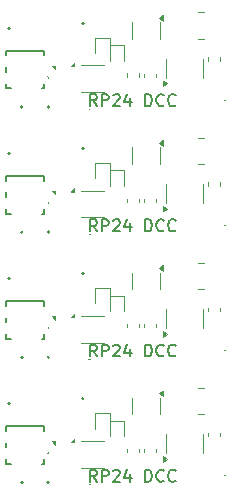
<source format=gto>
G04 #@! TF.GenerationSoftware,KiCad,Pcbnew,8.0.8*
G04 #@! TF.CreationDate,2025-01-20T02:03:43-05:00*
G04 #@! TF.ProjectId,panel,70616e65-6c2e-46b6-9963-61645f706362,rev?*
G04 #@! TF.SameCoordinates,Original*
G04 #@! TF.FileFunction,Legend,Top*
G04 #@! TF.FilePolarity,Positive*
%FSLAX46Y46*%
G04 Gerber Fmt 4.6, Leading zero omitted, Abs format (unit mm)*
G04 Created by KiCad (PCBNEW 8.0.8) date 2025-01-20 02:03:43*
%MOMM*%
%LPD*%
G01*
G04 APERTURE LIST*
%ADD10C,0.200000*%
%ADD11C,0.150000*%
%ADD12C,0.120000*%
%ADD13C,0.100000*%
%ADD14C,0.125000*%
G04 APERTURE END LIST*
D10*
X33181101Y-33597219D02*
X32847768Y-33121028D01*
X32609673Y-33597219D02*
X32609673Y-32597219D01*
X32609673Y-32597219D02*
X32990625Y-32597219D01*
X32990625Y-32597219D02*
X33085863Y-32644838D01*
X33085863Y-32644838D02*
X33133482Y-32692457D01*
X33133482Y-32692457D02*
X33181101Y-32787695D01*
X33181101Y-32787695D02*
X33181101Y-32930552D01*
X33181101Y-32930552D02*
X33133482Y-33025790D01*
X33133482Y-33025790D02*
X33085863Y-33073409D01*
X33085863Y-33073409D02*
X32990625Y-33121028D01*
X32990625Y-33121028D02*
X32609673Y-33121028D01*
X33609673Y-33597219D02*
X33609673Y-32597219D01*
X33609673Y-32597219D02*
X33990625Y-32597219D01*
X33990625Y-32597219D02*
X34085863Y-32644838D01*
X34085863Y-32644838D02*
X34133482Y-32692457D01*
X34133482Y-32692457D02*
X34181101Y-32787695D01*
X34181101Y-32787695D02*
X34181101Y-32930552D01*
X34181101Y-32930552D02*
X34133482Y-33025790D01*
X34133482Y-33025790D02*
X34085863Y-33073409D01*
X34085863Y-33073409D02*
X33990625Y-33121028D01*
X33990625Y-33121028D02*
X33609673Y-33121028D01*
X34562054Y-32692457D02*
X34609673Y-32644838D01*
X34609673Y-32644838D02*
X34704911Y-32597219D01*
X34704911Y-32597219D02*
X34943006Y-32597219D01*
X34943006Y-32597219D02*
X35038244Y-32644838D01*
X35038244Y-32644838D02*
X35085863Y-32692457D01*
X35085863Y-32692457D02*
X35133482Y-32787695D01*
X35133482Y-32787695D02*
X35133482Y-32882933D01*
X35133482Y-32882933D02*
X35085863Y-33025790D01*
X35085863Y-33025790D02*
X34514435Y-33597219D01*
X34514435Y-33597219D02*
X35133482Y-33597219D01*
X35990625Y-32930552D02*
X35990625Y-33597219D01*
X35752530Y-32549600D02*
X35514435Y-33263885D01*
X35514435Y-33263885D02*
X36133482Y-33263885D01*
X37276340Y-33597219D02*
X37276340Y-32597219D01*
X37276340Y-32597219D02*
X37514435Y-32597219D01*
X37514435Y-32597219D02*
X37657292Y-32644838D01*
X37657292Y-32644838D02*
X37752530Y-32740076D01*
X37752530Y-32740076D02*
X37800149Y-32835314D01*
X37800149Y-32835314D02*
X37847768Y-33025790D01*
X37847768Y-33025790D02*
X37847768Y-33168647D01*
X37847768Y-33168647D02*
X37800149Y-33359123D01*
X37800149Y-33359123D02*
X37752530Y-33454361D01*
X37752530Y-33454361D02*
X37657292Y-33549600D01*
X37657292Y-33549600D02*
X37514435Y-33597219D01*
X37514435Y-33597219D02*
X37276340Y-33597219D01*
X38847768Y-33501980D02*
X38800149Y-33549600D01*
X38800149Y-33549600D02*
X38657292Y-33597219D01*
X38657292Y-33597219D02*
X38562054Y-33597219D01*
X38562054Y-33597219D02*
X38419197Y-33549600D01*
X38419197Y-33549600D02*
X38323959Y-33454361D01*
X38323959Y-33454361D02*
X38276340Y-33359123D01*
X38276340Y-33359123D02*
X38228721Y-33168647D01*
X38228721Y-33168647D02*
X38228721Y-33025790D01*
X38228721Y-33025790D02*
X38276340Y-32835314D01*
X38276340Y-32835314D02*
X38323959Y-32740076D01*
X38323959Y-32740076D02*
X38419197Y-32644838D01*
X38419197Y-32644838D02*
X38562054Y-32597219D01*
X38562054Y-32597219D02*
X38657292Y-32597219D01*
X38657292Y-32597219D02*
X38800149Y-32644838D01*
X38800149Y-32644838D02*
X38847768Y-32692457D01*
X39847768Y-33501980D02*
X39800149Y-33549600D01*
X39800149Y-33549600D02*
X39657292Y-33597219D01*
X39657292Y-33597219D02*
X39562054Y-33597219D01*
X39562054Y-33597219D02*
X39419197Y-33549600D01*
X39419197Y-33549600D02*
X39323959Y-33454361D01*
X39323959Y-33454361D02*
X39276340Y-33359123D01*
X39276340Y-33359123D02*
X39228721Y-33168647D01*
X39228721Y-33168647D02*
X39228721Y-33025790D01*
X39228721Y-33025790D02*
X39276340Y-32835314D01*
X39276340Y-32835314D02*
X39323959Y-32740076D01*
X39323959Y-32740076D02*
X39419197Y-32644838D01*
X39419197Y-32644838D02*
X39562054Y-32597219D01*
X39562054Y-32597219D02*
X39657292Y-32597219D01*
X39657292Y-32597219D02*
X39800149Y-32644838D01*
X39800149Y-32644838D02*
X39847768Y-32692457D01*
X33181101Y-54797219D02*
X32847768Y-54321028D01*
X32609673Y-54797219D02*
X32609673Y-53797219D01*
X32609673Y-53797219D02*
X32990625Y-53797219D01*
X32990625Y-53797219D02*
X33085863Y-53844838D01*
X33085863Y-53844838D02*
X33133482Y-53892457D01*
X33133482Y-53892457D02*
X33181101Y-53987695D01*
X33181101Y-53987695D02*
X33181101Y-54130552D01*
X33181101Y-54130552D02*
X33133482Y-54225790D01*
X33133482Y-54225790D02*
X33085863Y-54273409D01*
X33085863Y-54273409D02*
X32990625Y-54321028D01*
X32990625Y-54321028D02*
X32609673Y-54321028D01*
X33609673Y-54797219D02*
X33609673Y-53797219D01*
X33609673Y-53797219D02*
X33990625Y-53797219D01*
X33990625Y-53797219D02*
X34085863Y-53844838D01*
X34085863Y-53844838D02*
X34133482Y-53892457D01*
X34133482Y-53892457D02*
X34181101Y-53987695D01*
X34181101Y-53987695D02*
X34181101Y-54130552D01*
X34181101Y-54130552D02*
X34133482Y-54225790D01*
X34133482Y-54225790D02*
X34085863Y-54273409D01*
X34085863Y-54273409D02*
X33990625Y-54321028D01*
X33990625Y-54321028D02*
X33609673Y-54321028D01*
X34562054Y-53892457D02*
X34609673Y-53844838D01*
X34609673Y-53844838D02*
X34704911Y-53797219D01*
X34704911Y-53797219D02*
X34943006Y-53797219D01*
X34943006Y-53797219D02*
X35038244Y-53844838D01*
X35038244Y-53844838D02*
X35085863Y-53892457D01*
X35085863Y-53892457D02*
X35133482Y-53987695D01*
X35133482Y-53987695D02*
X35133482Y-54082933D01*
X35133482Y-54082933D02*
X35085863Y-54225790D01*
X35085863Y-54225790D02*
X34514435Y-54797219D01*
X34514435Y-54797219D02*
X35133482Y-54797219D01*
X35990625Y-54130552D02*
X35990625Y-54797219D01*
X35752530Y-53749600D02*
X35514435Y-54463885D01*
X35514435Y-54463885D02*
X36133482Y-54463885D01*
X37276340Y-54797219D02*
X37276340Y-53797219D01*
X37276340Y-53797219D02*
X37514435Y-53797219D01*
X37514435Y-53797219D02*
X37657292Y-53844838D01*
X37657292Y-53844838D02*
X37752530Y-53940076D01*
X37752530Y-53940076D02*
X37800149Y-54035314D01*
X37800149Y-54035314D02*
X37847768Y-54225790D01*
X37847768Y-54225790D02*
X37847768Y-54368647D01*
X37847768Y-54368647D02*
X37800149Y-54559123D01*
X37800149Y-54559123D02*
X37752530Y-54654361D01*
X37752530Y-54654361D02*
X37657292Y-54749600D01*
X37657292Y-54749600D02*
X37514435Y-54797219D01*
X37514435Y-54797219D02*
X37276340Y-54797219D01*
X38847768Y-54701980D02*
X38800149Y-54749600D01*
X38800149Y-54749600D02*
X38657292Y-54797219D01*
X38657292Y-54797219D02*
X38562054Y-54797219D01*
X38562054Y-54797219D02*
X38419197Y-54749600D01*
X38419197Y-54749600D02*
X38323959Y-54654361D01*
X38323959Y-54654361D02*
X38276340Y-54559123D01*
X38276340Y-54559123D02*
X38228721Y-54368647D01*
X38228721Y-54368647D02*
X38228721Y-54225790D01*
X38228721Y-54225790D02*
X38276340Y-54035314D01*
X38276340Y-54035314D02*
X38323959Y-53940076D01*
X38323959Y-53940076D02*
X38419197Y-53844838D01*
X38419197Y-53844838D02*
X38562054Y-53797219D01*
X38562054Y-53797219D02*
X38657292Y-53797219D01*
X38657292Y-53797219D02*
X38800149Y-53844838D01*
X38800149Y-53844838D02*
X38847768Y-53892457D01*
X39847768Y-54701980D02*
X39800149Y-54749600D01*
X39800149Y-54749600D02*
X39657292Y-54797219D01*
X39657292Y-54797219D02*
X39562054Y-54797219D01*
X39562054Y-54797219D02*
X39419197Y-54749600D01*
X39419197Y-54749600D02*
X39323959Y-54654361D01*
X39323959Y-54654361D02*
X39276340Y-54559123D01*
X39276340Y-54559123D02*
X39228721Y-54368647D01*
X39228721Y-54368647D02*
X39228721Y-54225790D01*
X39228721Y-54225790D02*
X39276340Y-54035314D01*
X39276340Y-54035314D02*
X39323959Y-53940076D01*
X39323959Y-53940076D02*
X39419197Y-53844838D01*
X39419197Y-53844838D02*
X39562054Y-53797219D01*
X39562054Y-53797219D02*
X39657292Y-53797219D01*
X39657292Y-53797219D02*
X39800149Y-53844838D01*
X39800149Y-53844838D02*
X39847768Y-53892457D01*
X33181101Y-44197219D02*
X32847768Y-43721028D01*
X32609673Y-44197219D02*
X32609673Y-43197219D01*
X32609673Y-43197219D02*
X32990625Y-43197219D01*
X32990625Y-43197219D02*
X33085863Y-43244838D01*
X33085863Y-43244838D02*
X33133482Y-43292457D01*
X33133482Y-43292457D02*
X33181101Y-43387695D01*
X33181101Y-43387695D02*
X33181101Y-43530552D01*
X33181101Y-43530552D02*
X33133482Y-43625790D01*
X33133482Y-43625790D02*
X33085863Y-43673409D01*
X33085863Y-43673409D02*
X32990625Y-43721028D01*
X32990625Y-43721028D02*
X32609673Y-43721028D01*
X33609673Y-44197219D02*
X33609673Y-43197219D01*
X33609673Y-43197219D02*
X33990625Y-43197219D01*
X33990625Y-43197219D02*
X34085863Y-43244838D01*
X34085863Y-43244838D02*
X34133482Y-43292457D01*
X34133482Y-43292457D02*
X34181101Y-43387695D01*
X34181101Y-43387695D02*
X34181101Y-43530552D01*
X34181101Y-43530552D02*
X34133482Y-43625790D01*
X34133482Y-43625790D02*
X34085863Y-43673409D01*
X34085863Y-43673409D02*
X33990625Y-43721028D01*
X33990625Y-43721028D02*
X33609673Y-43721028D01*
X34562054Y-43292457D02*
X34609673Y-43244838D01*
X34609673Y-43244838D02*
X34704911Y-43197219D01*
X34704911Y-43197219D02*
X34943006Y-43197219D01*
X34943006Y-43197219D02*
X35038244Y-43244838D01*
X35038244Y-43244838D02*
X35085863Y-43292457D01*
X35085863Y-43292457D02*
X35133482Y-43387695D01*
X35133482Y-43387695D02*
X35133482Y-43482933D01*
X35133482Y-43482933D02*
X35085863Y-43625790D01*
X35085863Y-43625790D02*
X34514435Y-44197219D01*
X34514435Y-44197219D02*
X35133482Y-44197219D01*
X35990625Y-43530552D02*
X35990625Y-44197219D01*
X35752530Y-43149600D02*
X35514435Y-43863885D01*
X35514435Y-43863885D02*
X36133482Y-43863885D01*
X37276340Y-44197219D02*
X37276340Y-43197219D01*
X37276340Y-43197219D02*
X37514435Y-43197219D01*
X37514435Y-43197219D02*
X37657292Y-43244838D01*
X37657292Y-43244838D02*
X37752530Y-43340076D01*
X37752530Y-43340076D02*
X37800149Y-43435314D01*
X37800149Y-43435314D02*
X37847768Y-43625790D01*
X37847768Y-43625790D02*
X37847768Y-43768647D01*
X37847768Y-43768647D02*
X37800149Y-43959123D01*
X37800149Y-43959123D02*
X37752530Y-44054361D01*
X37752530Y-44054361D02*
X37657292Y-44149600D01*
X37657292Y-44149600D02*
X37514435Y-44197219D01*
X37514435Y-44197219D02*
X37276340Y-44197219D01*
X38847768Y-44101980D02*
X38800149Y-44149600D01*
X38800149Y-44149600D02*
X38657292Y-44197219D01*
X38657292Y-44197219D02*
X38562054Y-44197219D01*
X38562054Y-44197219D02*
X38419197Y-44149600D01*
X38419197Y-44149600D02*
X38323959Y-44054361D01*
X38323959Y-44054361D02*
X38276340Y-43959123D01*
X38276340Y-43959123D02*
X38228721Y-43768647D01*
X38228721Y-43768647D02*
X38228721Y-43625790D01*
X38228721Y-43625790D02*
X38276340Y-43435314D01*
X38276340Y-43435314D02*
X38323959Y-43340076D01*
X38323959Y-43340076D02*
X38419197Y-43244838D01*
X38419197Y-43244838D02*
X38562054Y-43197219D01*
X38562054Y-43197219D02*
X38657292Y-43197219D01*
X38657292Y-43197219D02*
X38800149Y-43244838D01*
X38800149Y-43244838D02*
X38847768Y-43292457D01*
X39847768Y-44101980D02*
X39800149Y-44149600D01*
X39800149Y-44149600D02*
X39657292Y-44197219D01*
X39657292Y-44197219D02*
X39562054Y-44197219D01*
X39562054Y-44197219D02*
X39419197Y-44149600D01*
X39419197Y-44149600D02*
X39323959Y-44054361D01*
X39323959Y-44054361D02*
X39276340Y-43959123D01*
X39276340Y-43959123D02*
X39228721Y-43768647D01*
X39228721Y-43768647D02*
X39228721Y-43625790D01*
X39228721Y-43625790D02*
X39276340Y-43435314D01*
X39276340Y-43435314D02*
X39323959Y-43340076D01*
X39323959Y-43340076D02*
X39419197Y-43244838D01*
X39419197Y-43244838D02*
X39562054Y-43197219D01*
X39562054Y-43197219D02*
X39657292Y-43197219D01*
X39657292Y-43197219D02*
X39800149Y-43244838D01*
X39800149Y-43244838D02*
X39847768Y-43292457D01*
X33181101Y-22997219D02*
X32847768Y-22521028D01*
X32609673Y-22997219D02*
X32609673Y-21997219D01*
X32609673Y-21997219D02*
X32990625Y-21997219D01*
X32990625Y-21997219D02*
X33085863Y-22044838D01*
X33085863Y-22044838D02*
X33133482Y-22092457D01*
X33133482Y-22092457D02*
X33181101Y-22187695D01*
X33181101Y-22187695D02*
X33181101Y-22330552D01*
X33181101Y-22330552D02*
X33133482Y-22425790D01*
X33133482Y-22425790D02*
X33085863Y-22473409D01*
X33085863Y-22473409D02*
X32990625Y-22521028D01*
X32990625Y-22521028D02*
X32609673Y-22521028D01*
X33609673Y-22997219D02*
X33609673Y-21997219D01*
X33609673Y-21997219D02*
X33990625Y-21997219D01*
X33990625Y-21997219D02*
X34085863Y-22044838D01*
X34085863Y-22044838D02*
X34133482Y-22092457D01*
X34133482Y-22092457D02*
X34181101Y-22187695D01*
X34181101Y-22187695D02*
X34181101Y-22330552D01*
X34181101Y-22330552D02*
X34133482Y-22425790D01*
X34133482Y-22425790D02*
X34085863Y-22473409D01*
X34085863Y-22473409D02*
X33990625Y-22521028D01*
X33990625Y-22521028D02*
X33609673Y-22521028D01*
X34562054Y-22092457D02*
X34609673Y-22044838D01*
X34609673Y-22044838D02*
X34704911Y-21997219D01*
X34704911Y-21997219D02*
X34943006Y-21997219D01*
X34943006Y-21997219D02*
X35038244Y-22044838D01*
X35038244Y-22044838D02*
X35085863Y-22092457D01*
X35085863Y-22092457D02*
X35133482Y-22187695D01*
X35133482Y-22187695D02*
X35133482Y-22282933D01*
X35133482Y-22282933D02*
X35085863Y-22425790D01*
X35085863Y-22425790D02*
X34514435Y-22997219D01*
X34514435Y-22997219D02*
X35133482Y-22997219D01*
X35990625Y-22330552D02*
X35990625Y-22997219D01*
X35752530Y-21949600D02*
X35514435Y-22663885D01*
X35514435Y-22663885D02*
X36133482Y-22663885D01*
X37276340Y-22997219D02*
X37276340Y-21997219D01*
X37276340Y-21997219D02*
X37514435Y-21997219D01*
X37514435Y-21997219D02*
X37657292Y-22044838D01*
X37657292Y-22044838D02*
X37752530Y-22140076D01*
X37752530Y-22140076D02*
X37800149Y-22235314D01*
X37800149Y-22235314D02*
X37847768Y-22425790D01*
X37847768Y-22425790D02*
X37847768Y-22568647D01*
X37847768Y-22568647D02*
X37800149Y-22759123D01*
X37800149Y-22759123D02*
X37752530Y-22854361D01*
X37752530Y-22854361D02*
X37657292Y-22949600D01*
X37657292Y-22949600D02*
X37514435Y-22997219D01*
X37514435Y-22997219D02*
X37276340Y-22997219D01*
X38847768Y-22901980D02*
X38800149Y-22949600D01*
X38800149Y-22949600D02*
X38657292Y-22997219D01*
X38657292Y-22997219D02*
X38562054Y-22997219D01*
X38562054Y-22997219D02*
X38419197Y-22949600D01*
X38419197Y-22949600D02*
X38323959Y-22854361D01*
X38323959Y-22854361D02*
X38276340Y-22759123D01*
X38276340Y-22759123D02*
X38228721Y-22568647D01*
X38228721Y-22568647D02*
X38228721Y-22425790D01*
X38228721Y-22425790D02*
X38276340Y-22235314D01*
X38276340Y-22235314D02*
X38323959Y-22140076D01*
X38323959Y-22140076D02*
X38419197Y-22044838D01*
X38419197Y-22044838D02*
X38562054Y-21997219D01*
X38562054Y-21997219D02*
X38657292Y-21997219D01*
X38657292Y-21997219D02*
X38800149Y-22044838D01*
X38800149Y-22044838D02*
X38847768Y-22092457D01*
X39847768Y-22901980D02*
X39800149Y-22949600D01*
X39800149Y-22949600D02*
X39657292Y-22997219D01*
X39657292Y-22997219D02*
X39562054Y-22997219D01*
X39562054Y-22997219D02*
X39419197Y-22949600D01*
X39419197Y-22949600D02*
X39323959Y-22854361D01*
X39323959Y-22854361D02*
X39276340Y-22759123D01*
X39276340Y-22759123D02*
X39228721Y-22568647D01*
X39228721Y-22568647D02*
X39228721Y-22425790D01*
X39228721Y-22425790D02*
X39276340Y-22235314D01*
X39276340Y-22235314D02*
X39323959Y-22140076D01*
X39323959Y-22140076D02*
X39419197Y-22044838D01*
X39419197Y-22044838D02*
X39562054Y-21997219D01*
X39562054Y-21997219D02*
X39657292Y-21997219D01*
X39657292Y-21997219D02*
X39800149Y-22044838D01*
X39800149Y-22044838D02*
X39847768Y-22092457D01*
G04 #@! TO.C,Q6*
D11*
X29155000Y-33670000D02*
G75*
G02*
X29005000Y-33670000I-75000J0D01*
G01*
X29005000Y-33670000D02*
G75*
G02*
X29155000Y-33670000I75000J0D01*
G01*
D12*
G04 #@! TO.C,C9*
X42570000Y-29459420D02*
X42570000Y-29740580D01*
X43590000Y-29459420D02*
X43590000Y-29740580D01*
G04 #@! TO.C,U6*
X36200000Y-37100000D02*
X36200000Y-38500000D01*
X38520000Y-37090000D02*
X38520000Y-38500000D01*
X38800000Y-36960000D02*
X38470000Y-36720000D01*
X38800000Y-36480000D01*
X38800000Y-36960000D01*
G36*
X38800000Y-36960000D02*
G01*
X38470000Y-36720000D01*
X38800000Y-36480000D01*
X38800000Y-36960000D01*
G37*
G04 #@! TO.C,Q6*
D11*
X29155000Y-44270000D02*
G75*
G02*
X29005000Y-44270000I-75000J0D01*
G01*
X29005000Y-44270000D02*
G75*
G02*
X29155000Y-44270000I75000J0D01*
G01*
G04 #@! TO.C,Q3*
X26915000Y-54875000D02*
G75*
G02*
X26765000Y-54875000I-75000J0D01*
G01*
X26765000Y-54875000D02*
G75*
G02*
X26915000Y-54875000I75000J0D01*
G01*
D12*
G04 #@! TO.C,D3*
X34269999Y-17840000D02*
X34269999Y-19150000D01*
X35490001Y-17840000D02*
X34269999Y-17840000D01*
X35490001Y-17840000D02*
X35490001Y-19150000D01*
G04 #@! TO.C,C4*
X37160000Y-41439420D02*
X37160000Y-41720580D01*
X38180000Y-41439420D02*
X38180000Y-41720580D01*
G04 #@! TO.C,U4*
X31810000Y-40755000D02*
X33810000Y-40755000D01*
X31810000Y-43025000D02*
X33810000Y-43025000D01*
X31260000Y-40840000D02*
X30980000Y-40840000D01*
X31260000Y-40560000D01*
X31260000Y-40840000D01*
G36*
X31260000Y-40840000D02*
G01*
X30980000Y-40840000D01*
X31260000Y-40560000D01*
X31260000Y-40840000D01*
G37*
G04 #@! TO.C,C4*
X37160000Y-20239420D02*
X37160000Y-20520580D01*
X38180000Y-20239420D02*
X38180000Y-20520580D01*
G04 #@! TO.C,U2*
X39060000Y-40980000D02*
X39060000Y-40180000D01*
X39060000Y-40980000D02*
X39060000Y-41780000D01*
X42180000Y-40980000D02*
X42180000Y-40180000D01*
X42180000Y-40980000D02*
X42180000Y-41780000D01*
X39110000Y-42280000D02*
X38780000Y-42520000D01*
X38780000Y-42040000D01*
X39110000Y-42280000D01*
G36*
X39110000Y-42280000D02*
G01*
X38780000Y-42520000D01*
X38780000Y-42040000D01*
X39110000Y-42280000D01*
G37*
D11*
G04 #@! TO.C,D1*
X25530000Y-28900000D02*
X28730000Y-28900000D01*
X25530000Y-29300000D02*
X25530000Y-28900000D01*
X25530000Y-30300000D02*
X25530000Y-30700000D01*
X25530000Y-32100000D02*
X25530000Y-31700000D01*
X25930000Y-32100000D02*
X25530000Y-32100000D01*
X28530000Y-32100000D02*
X28730000Y-32100000D01*
X28730000Y-29300000D02*
X28730000Y-28900000D01*
X28730000Y-32100000D02*
X28730000Y-31700000D01*
D13*
X29030000Y-31100000D02*
X29030000Y-31100000D01*
X29030000Y-31200000D02*
X29030000Y-31200000D01*
X29030000Y-31100000D02*
G75*
G02*
X29030000Y-31200000I0J-50000D01*
G01*
X29030000Y-31200000D02*
G75*
G02*
X29030000Y-31100000I0J50000D01*
G01*
G04 #@! TO.C,D2*
X44070000Y-33100000D02*
G75*
G02*
X43970000Y-33100000I-50000J0D01*
G01*
X43970000Y-33100000D02*
G75*
G02*
X44070000Y-33100000I50000J0D01*
G01*
G04 #@! TO.C,Q3*
D11*
X26915000Y-44275000D02*
G75*
G02*
X26765000Y-44275000I-75000J0D01*
G01*
X26765000Y-44275000D02*
G75*
G02*
X26915000Y-44275000I75000J0D01*
G01*
G04 #@! TO.C,Q2*
D14*
X32642500Y-44450000D02*
G75*
G02*
X32517500Y-44450000I-62500J0D01*
G01*
X32517500Y-44450000D02*
G75*
G02*
X32642500Y-44450000I62500J0D01*
G01*
D12*
G04 #@! TO.C,D3*
X34269999Y-39040000D02*
X34269999Y-40350000D01*
X35490001Y-39040000D02*
X34269999Y-39040000D01*
X35490001Y-39040000D02*
X35490001Y-40350000D01*
G04 #@! TO.C,C18*
X35700000Y-20229420D02*
X35700000Y-20510580D01*
X36720000Y-20229420D02*
X36720000Y-20510580D01*
G04 #@! TO.C,U4*
X31810000Y-30155000D02*
X33810000Y-30155000D01*
X31810000Y-32425000D02*
X33810000Y-32425000D01*
X31260000Y-30240000D02*
X30980000Y-30240000D01*
X31260000Y-29960000D01*
X31260000Y-30240000D01*
G36*
X31260000Y-30240000D02*
G01*
X30980000Y-30240000D01*
X31260000Y-29960000D01*
X31260000Y-30240000D01*
G37*
G04 #@! TO.C,Q7*
X29650000Y-30470000D02*
X29370000Y-30190000D01*
X29650000Y-30190000D01*
X29650000Y-30470000D01*
G36*
X29650000Y-30470000D02*
G01*
X29370000Y-30190000D01*
X29650000Y-30190000D01*
X29650000Y-30470000D01*
G37*
G04 #@! TO.C,C9*
X42570000Y-40059420D02*
X42570000Y-40340580D01*
X43590000Y-40059420D02*
X43590000Y-40340580D01*
G04 #@! TO.C,Q2*
D14*
X32642500Y-55050000D02*
G75*
G02*
X32517500Y-55050000I-62500J0D01*
G01*
X32517500Y-55050000D02*
G75*
G02*
X32642500Y-55050000I62500J0D01*
G01*
G04 #@! TO.C,Q4*
D11*
X32085000Y-26590000D02*
G75*
G02*
X31935000Y-26590000I-75000J0D01*
G01*
X31935000Y-26590000D02*
G75*
G02*
X32085000Y-26590000I75000J0D01*
G01*
D12*
G04 #@! TO.C,U2*
X39060000Y-51580000D02*
X39060000Y-50780000D01*
X39060000Y-51580000D02*
X39060000Y-52380000D01*
X42180000Y-51580000D02*
X42180000Y-50780000D01*
X42180000Y-51580000D02*
X42180000Y-52380000D01*
X39110000Y-52880000D02*
X38780000Y-53120000D01*
X38780000Y-52640000D01*
X39110000Y-52880000D01*
G36*
X39110000Y-52880000D02*
G01*
X38780000Y-53120000D01*
X38780000Y-52640000D01*
X39110000Y-52880000D01*
G37*
X39060000Y-19780000D02*
X39060000Y-18980000D01*
X39060000Y-19780000D02*
X39060000Y-20580000D01*
X42180000Y-19780000D02*
X42180000Y-18980000D01*
X42180000Y-19780000D02*
X42180000Y-20580000D01*
X39110000Y-21080000D02*
X38780000Y-21320000D01*
X38780000Y-20840000D01*
X39110000Y-21080000D01*
G36*
X39110000Y-21080000D02*
G01*
X38780000Y-21320000D01*
X38780000Y-20840000D01*
X39110000Y-21080000D01*
G37*
D13*
G04 #@! TO.C,D2*
X44070000Y-43700000D02*
G75*
G02*
X43970000Y-43700000I-50000J0D01*
G01*
X43970000Y-43700000D02*
G75*
G02*
X44070000Y-43700000I50000J0D01*
G01*
G04 #@! TO.C,Q4*
D11*
X32085000Y-47790000D02*
G75*
G02*
X31935000Y-47790000I-75000J0D01*
G01*
X31935000Y-47790000D02*
G75*
G02*
X32085000Y-47790000I75000J0D01*
G01*
D12*
G04 #@! TO.C,U4*
X31810000Y-51355000D02*
X33810000Y-51355000D01*
X31810000Y-53625000D02*
X33810000Y-53625000D01*
X31260000Y-51440000D02*
X30980000Y-51440000D01*
X31260000Y-51160000D01*
X31260000Y-51440000D01*
G36*
X31260000Y-51440000D02*
G01*
X30980000Y-51440000D01*
X31260000Y-51160000D01*
X31260000Y-51440000D01*
G37*
G04 #@! TO.C,Q4*
D11*
X32085000Y-15990000D02*
G75*
G02*
X31935000Y-15990000I-75000J0D01*
G01*
X31935000Y-15990000D02*
G75*
G02*
X32085000Y-15990000I75000J0D01*
G01*
G04 #@! TO.C,Q1*
X25825000Y-27010000D02*
G75*
G02*
X25675000Y-27010000I-75000J0D01*
G01*
X25675000Y-27010000D02*
G75*
G02*
X25825000Y-27010000I75000J0D01*
G01*
D12*
G04 #@! TO.C,D4*
X33070000Y-49000000D02*
X33070000Y-50310000D01*
X34290000Y-49000000D02*
X33070000Y-49000000D01*
X34290000Y-49000000D02*
X34290000Y-50310000D01*
G04 #@! TO.C,L1*
X41768748Y-36260000D02*
X42291252Y-36260000D01*
X41768748Y-38480000D02*
X42291252Y-38480000D01*
G04 #@! TO.C,Q7*
X29650000Y-19870000D02*
X29370000Y-19590000D01*
X29650000Y-19590000D01*
X29650000Y-19870000D01*
G36*
X29650000Y-19870000D02*
G01*
X29370000Y-19590000D01*
X29650000Y-19590000D01*
X29650000Y-19870000D01*
G37*
G04 #@! TO.C,D4*
X33070000Y-17200000D02*
X33070000Y-18510000D01*
X34290000Y-17200000D02*
X33070000Y-17200000D01*
X34290000Y-17200000D02*
X34290000Y-18510000D01*
D13*
G04 #@! TO.C,D2*
X44070000Y-54300000D02*
G75*
G02*
X43970000Y-54300000I-50000J0D01*
G01*
X43970000Y-54300000D02*
G75*
G02*
X44070000Y-54300000I50000J0D01*
G01*
D12*
G04 #@! TO.C,U6*
X36200000Y-26500000D02*
X36200000Y-27900000D01*
X38520000Y-26490000D02*
X38520000Y-27900000D01*
X38800000Y-26360000D02*
X38470000Y-26120000D01*
X38800000Y-25880000D01*
X38800000Y-26360000D01*
G36*
X38800000Y-26360000D02*
G01*
X38470000Y-26120000D01*
X38800000Y-25880000D01*
X38800000Y-26360000D01*
G37*
G04 #@! TO.C,Q7*
X29650000Y-41070000D02*
X29370000Y-40790000D01*
X29650000Y-40790000D01*
X29650000Y-41070000D01*
G36*
X29650000Y-41070000D02*
G01*
X29370000Y-40790000D01*
X29650000Y-40790000D01*
X29650000Y-41070000D01*
G37*
G04 #@! TO.C,Q6*
D11*
X29155000Y-23070000D02*
G75*
G02*
X29005000Y-23070000I-75000J0D01*
G01*
X29005000Y-23070000D02*
G75*
G02*
X29155000Y-23070000I75000J0D01*
G01*
G04 #@! TO.C,D1*
X25530000Y-39500000D02*
X28730000Y-39500000D01*
X25530000Y-39900000D02*
X25530000Y-39500000D01*
X25530000Y-40900000D02*
X25530000Y-41300000D01*
X25530000Y-42700000D02*
X25530000Y-42300000D01*
X25930000Y-42700000D02*
X25530000Y-42700000D01*
X28530000Y-42700000D02*
X28730000Y-42700000D01*
X28730000Y-39900000D02*
X28730000Y-39500000D01*
X28730000Y-42700000D02*
X28730000Y-42300000D01*
D13*
X29030000Y-41700000D02*
X29030000Y-41700000D01*
X29030000Y-41800000D02*
X29030000Y-41800000D01*
X29030000Y-41700000D02*
G75*
G02*
X29030000Y-41800000I0J-50000D01*
G01*
X29030000Y-41800000D02*
G75*
G02*
X29030000Y-41700000I0J50000D01*
G01*
D12*
G04 #@! TO.C,D4*
X33070000Y-27800000D02*
X33070000Y-29110000D01*
X34290000Y-27800000D02*
X33070000Y-27800000D01*
X34290000Y-27800000D02*
X34290000Y-29110000D01*
D11*
G04 #@! TO.C,D1*
X25530000Y-18300000D02*
X28730000Y-18300000D01*
X25530000Y-18700000D02*
X25530000Y-18300000D01*
X25530000Y-19700000D02*
X25530000Y-20100000D01*
X25530000Y-21500000D02*
X25530000Y-21100000D01*
X25930000Y-21500000D02*
X25530000Y-21500000D01*
X28530000Y-21500000D02*
X28730000Y-21500000D01*
X28730000Y-18700000D02*
X28730000Y-18300000D01*
X28730000Y-21500000D02*
X28730000Y-21100000D01*
D13*
X29030000Y-20500000D02*
X29030000Y-20500000D01*
X29030000Y-20600000D02*
X29030000Y-20600000D01*
X29030000Y-20500000D02*
G75*
G02*
X29030000Y-20600000I0J-50000D01*
G01*
X29030000Y-20600000D02*
G75*
G02*
X29030000Y-20500000I0J50000D01*
G01*
G04 #@! TO.C,Q3*
D11*
X26915000Y-23075000D02*
G75*
G02*
X26765000Y-23075000I-75000J0D01*
G01*
X26765000Y-23075000D02*
G75*
G02*
X26915000Y-23075000I75000J0D01*
G01*
G04 #@! TO.C,Q1*
X25825000Y-37610000D02*
G75*
G02*
X25675000Y-37610000I-75000J0D01*
G01*
X25675000Y-37610000D02*
G75*
G02*
X25825000Y-37610000I75000J0D01*
G01*
D12*
G04 #@! TO.C,L1*
X41768748Y-15060000D02*
X42291252Y-15060000D01*
X41768748Y-17280000D02*
X42291252Y-17280000D01*
G04 #@! TO.C,Q2*
D14*
X32642500Y-33850000D02*
G75*
G02*
X32517500Y-33850000I-62500J0D01*
G01*
X32517500Y-33850000D02*
G75*
G02*
X32642500Y-33850000I62500J0D01*
G01*
G04 #@! TO.C,Q1*
D11*
X25825000Y-48210000D02*
G75*
G02*
X25675000Y-48210000I-75000J0D01*
G01*
X25675000Y-48210000D02*
G75*
G02*
X25825000Y-48210000I75000J0D01*
G01*
D12*
G04 #@! TO.C,C4*
X37160000Y-30839420D02*
X37160000Y-31120580D01*
X38180000Y-30839420D02*
X38180000Y-31120580D01*
G04 #@! TO.C,D3*
X34269999Y-28440000D02*
X34269999Y-29750000D01*
X35490001Y-28440000D02*
X34269999Y-28440000D01*
X35490001Y-28440000D02*
X35490001Y-29750000D01*
G04 #@! TO.C,C9*
X42570000Y-18859420D02*
X42570000Y-19140580D01*
X43590000Y-18859420D02*
X43590000Y-19140580D01*
G04 #@! TO.C,C18*
X35700000Y-30829420D02*
X35700000Y-31110580D01*
X36720000Y-30829420D02*
X36720000Y-31110580D01*
D13*
G04 #@! TO.C,D2*
X44070000Y-22500000D02*
G75*
G02*
X43970000Y-22500000I-50000J0D01*
G01*
X43970000Y-22500000D02*
G75*
G02*
X44070000Y-22500000I50000J0D01*
G01*
D12*
G04 #@! TO.C,C9*
X42570000Y-50659420D02*
X42570000Y-50940580D01*
X43590000Y-50659420D02*
X43590000Y-50940580D01*
G04 #@! TO.C,C18*
X35700000Y-52029420D02*
X35700000Y-52310580D01*
X36720000Y-52029420D02*
X36720000Y-52310580D01*
D11*
G04 #@! TO.C,D1*
X25530000Y-50100000D02*
X28730000Y-50100000D01*
X25530000Y-50500000D02*
X25530000Y-50100000D01*
X25530000Y-51500000D02*
X25530000Y-51900000D01*
X25530000Y-53300000D02*
X25530000Y-52900000D01*
X25930000Y-53300000D02*
X25530000Y-53300000D01*
X28530000Y-53300000D02*
X28730000Y-53300000D01*
X28730000Y-50500000D02*
X28730000Y-50100000D01*
X28730000Y-53300000D02*
X28730000Y-52900000D01*
D13*
X29030000Y-52300000D02*
X29030000Y-52300000D01*
X29030000Y-52400000D02*
X29030000Y-52400000D01*
X29030000Y-52300000D02*
G75*
G02*
X29030000Y-52400000I0J-50000D01*
G01*
X29030000Y-52400000D02*
G75*
G02*
X29030000Y-52300000I0J50000D01*
G01*
D12*
G04 #@! TO.C,L1*
X41768748Y-46860000D02*
X42291252Y-46860000D01*
X41768748Y-49080000D02*
X42291252Y-49080000D01*
G04 #@! TO.C,Q4*
D11*
X32085000Y-37190000D02*
G75*
G02*
X31935000Y-37190000I-75000J0D01*
G01*
X31935000Y-37190000D02*
G75*
G02*
X32085000Y-37190000I75000J0D01*
G01*
G04 #@! TO.C,Q2*
D14*
X32642500Y-23250000D02*
G75*
G02*
X32517500Y-23250000I-62500J0D01*
G01*
X32517500Y-23250000D02*
G75*
G02*
X32642500Y-23250000I62500J0D01*
G01*
D12*
G04 #@! TO.C,D3*
X34269999Y-49640000D02*
X34269999Y-50950000D01*
X35490001Y-49640000D02*
X34269999Y-49640000D01*
X35490001Y-49640000D02*
X35490001Y-50950000D01*
G04 #@! TO.C,D4*
X33070000Y-38400000D02*
X33070000Y-39710000D01*
X34290000Y-38400000D02*
X33070000Y-38400000D01*
X34290000Y-38400000D02*
X34290000Y-39710000D01*
G04 #@! TO.C,U2*
X39060000Y-30380000D02*
X39060000Y-29580000D01*
X39060000Y-30380000D02*
X39060000Y-31180000D01*
X42180000Y-30380000D02*
X42180000Y-29580000D01*
X42180000Y-30380000D02*
X42180000Y-31180000D01*
X39110000Y-31680000D02*
X38780000Y-31920000D01*
X38780000Y-31440000D01*
X39110000Y-31680000D01*
G36*
X39110000Y-31680000D02*
G01*
X38780000Y-31920000D01*
X38780000Y-31440000D01*
X39110000Y-31680000D01*
G37*
G04 #@! TO.C,U4*
X31810000Y-19555000D02*
X33810000Y-19555000D01*
X31810000Y-21825000D02*
X33810000Y-21825000D01*
X31260000Y-19640000D02*
X30980000Y-19640000D01*
X31260000Y-19360000D01*
X31260000Y-19640000D01*
G36*
X31260000Y-19640000D02*
G01*
X30980000Y-19640000D01*
X31260000Y-19360000D01*
X31260000Y-19640000D01*
G37*
G04 #@! TO.C,U6*
X36200000Y-15900000D02*
X36200000Y-17300000D01*
X38520000Y-15890000D02*
X38520000Y-17300000D01*
X38800000Y-15760000D02*
X38470000Y-15520000D01*
X38800000Y-15280000D01*
X38800000Y-15760000D01*
G36*
X38800000Y-15760000D02*
G01*
X38470000Y-15520000D01*
X38800000Y-15280000D01*
X38800000Y-15760000D01*
G37*
G04 #@! TO.C,C18*
X35700000Y-41429420D02*
X35700000Y-41710580D01*
X36720000Y-41429420D02*
X36720000Y-41710580D01*
G04 #@! TO.C,U6*
X36200000Y-47700000D02*
X36200000Y-49100000D01*
X38520000Y-47690000D02*
X38520000Y-49100000D01*
X38800000Y-47560000D02*
X38470000Y-47320000D01*
X38800000Y-47080000D01*
X38800000Y-47560000D01*
G36*
X38800000Y-47560000D02*
G01*
X38470000Y-47320000D01*
X38800000Y-47080000D01*
X38800000Y-47560000D01*
G37*
G04 #@! TO.C,L1*
X41768748Y-25660000D02*
X42291252Y-25660000D01*
X41768748Y-27880000D02*
X42291252Y-27880000D01*
G04 #@! TO.C,C4*
X37160000Y-52039420D02*
X37160000Y-52320580D01*
X38180000Y-52039420D02*
X38180000Y-52320580D01*
G04 #@! TO.C,Q1*
D11*
X25825000Y-16410000D02*
G75*
G02*
X25675000Y-16410000I-75000J0D01*
G01*
X25675000Y-16410000D02*
G75*
G02*
X25825000Y-16410000I75000J0D01*
G01*
G04 #@! TO.C,Q6*
X29155000Y-54870000D02*
G75*
G02*
X29005000Y-54870000I-75000J0D01*
G01*
X29005000Y-54870000D02*
G75*
G02*
X29155000Y-54870000I75000J0D01*
G01*
D12*
G04 #@! TO.C,Q7*
X29650000Y-51670000D02*
X29370000Y-51390000D01*
X29650000Y-51390000D01*
X29650000Y-51670000D01*
G36*
X29650000Y-51670000D02*
G01*
X29370000Y-51390000D01*
X29650000Y-51390000D01*
X29650000Y-51670000D01*
G37*
G04 #@! TO.C,Q3*
D11*
X26915000Y-33675000D02*
G75*
G02*
X26765000Y-33675000I-75000J0D01*
G01*
X26765000Y-33675000D02*
G75*
G02*
X26915000Y-33675000I75000J0D01*
G01*
G04 #@! TD*
M02*

</source>
